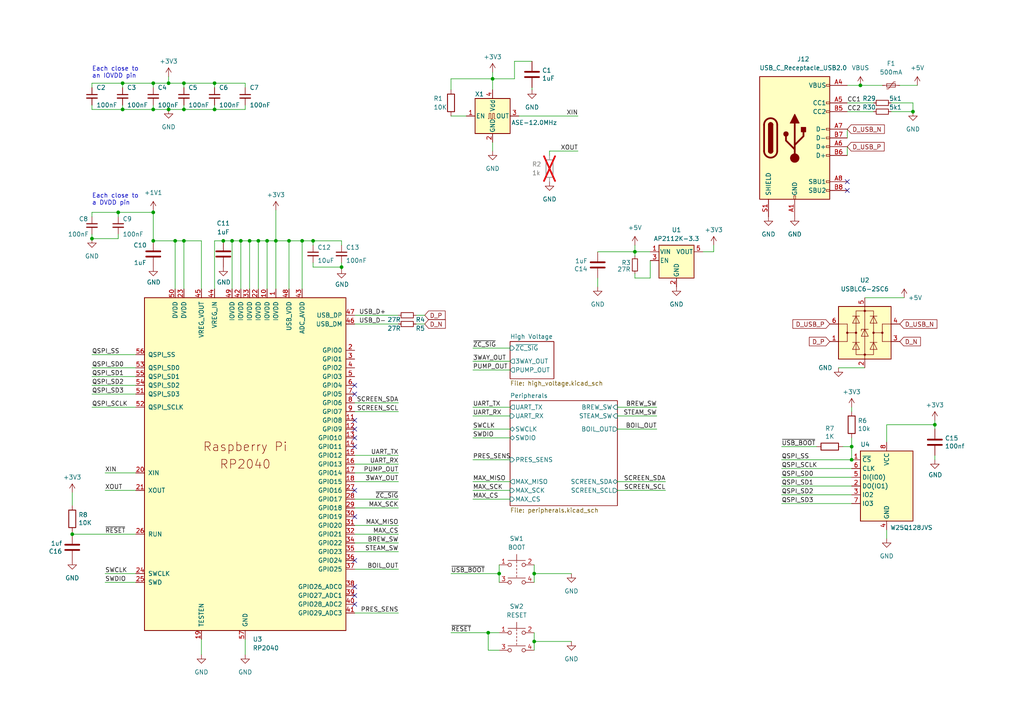
<source format=kicad_sch>
(kicad_sch (version 20231120) (generator "eeschema") (generator_version "8.0")
  (paper "A4")
  (lib_symbols
    (symbol "Connector:USB_C_Receptacle_USB2.0" (pin_names (offset 1.016))
      (property "Reference" "J" (at -10.16 19.05 0))
      (property "Value" "USB_C_Receptacle_USB2.0" (at 19.05 19.05 0))
      (symbol "USB_C_Receptacle_USB2.0_0_0"
        (rectangle (start -0.254 -17.78) (end 0.254 -16.764))
        (rectangle (start 10.16 -14.986) (end 9.144 -15.494))
        (rectangle (start 10.16 -12.446) (end 9.144 -12.954))
        (rectangle (start 10.16 -4.826) (end 9.144 -5.334))
        (rectangle (start 10.16 -2.286) (end 9.144 -2.794))
        (rectangle (start 10.16 0.254) (end 9.144 -0.254))
        (rectangle (start 10.16 2.794) (end 9.144 2.286))
        (rectangle (start 10.16 7.874) (end 9.144 7.366))
        (rectangle (start 10.16 10.414) (end 9.144 9.906))
        (rectangle (start 10.16 15.494) (end 9.144 14.986))
      )
      (symbol "USB_C_Receptacle_USB2.0_0_1"
        (rectangle (start -10.16 17.78) (end 10.16 -17.78) (stroke (width 0.254)) (fill (type background)))
        (arc (start -8.89 -3.81) (mid -6.985 -5.7067) (end -5.08 -3.81) (stroke (width 0.508)))
        (arc (start -7.62 -3.81) (mid -6.985 -4.4423) (end -6.35 -3.81) (stroke (width 0.254)))
        (arc (start -7.62 -3.81) (mid -6.985 -4.4423) (end -6.35 -3.81) (stroke (width 0.254)) (fill (type outline)))
        (rectangle (start -7.62 -3.81) (end -6.35 3.81) (stroke (width 0.254)) (fill (type outline)))
        (arc (start -6.35 3.81) (mid -6.985 4.4423) (end -7.62 3.81) (stroke (width 0.254)))
        (arc (start -6.35 3.81) (mid -6.985 4.4423) (end -7.62 3.81) (stroke (width 0.254)) (fill (type outline)))
        (arc (start -5.08 3.81) (mid -6.985 5.7067) (end -8.89 3.81) (stroke (width 0.508)))
        (circle (center -2.54 1.143) (radius 0.635) (stroke (width 0.254)) (fill (type outline)))
        (circle (center 0 -5.842) (radius 1.27) (fill (type outline)))
        (polyline (pts (xy -8.89 -3.81) (xy -8.89 3.81)) (stroke (width 0.508)))
        (polyline (pts (xy -5.08 3.81) (xy -5.08 -3.81)) (stroke (width 0.508)))
        (polyline (pts (xy 0 -5.842) (xy 0 4.318)) (stroke (width 0.508)))
        (polyline (pts (xy 0 -3.302) (xy -2.54 -0.762) (xy -2.54 0.508)) (stroke (width 0.508)))
        (polyline (pts (xy 0 -2.032) (xy 2.54 0.508) (xy 2.54 1.778)) (stroke (width 0.508)))
        (polyline (pts (xy -1.27 4.318) (xy 0 6.858) (xy 1.27 4.318) (xy -1.27 4.318)) (stroke (width 0.254)) (fill (type outline)))
        (rectangle (start 1.905 1.778) (end 3.175 3.048) (stroke (width 0.254)) (fill (type outline)))
      )
      (symbol "USB_C_Receptacle_USB2.0_1_1"
        (pin passive line (at 0 -22.86 90) (length 5.08) (name "GND") (number "A1"))
        (pin passive line (at 0 -22.86 90) (length 5.08) hide (name "GND") (number "A12"))
        (pin passive line (at 15.24 15.24 180) (length 5.08) (name "VBUS") (number "A4"))
        (pin bidirectional line (at 15.24 10.16 180) (length 5.08) (name "CC1") (number "A5"))
        (pin bidirectional line (at 15.24 -2.54 180) (length 5.08) (name "D+") (number "A6"))
        (pin bidirectional line (at 15.24 2.54 180) (length 5.08) (name "D-") (number "A7"))
        (pin bidirectional line (at 15.24 -12.7 180) (length 5.08) (name "SBU1") (number "A8"))
        (pin passive line (at 15.24 15.24 180) (length 5.08) hide (name "VBUS") (number "A9"))
        (pin passive line (at 0 -22.86 90) (length 5.08) hide (name "GND") (number "B1"))
        (pin passive line (at 0 -22.86 90) (length 5.08) hide (name "GND") (number "B12"))
        (pin passive line (at 15.24 15.24 180) (length 5.08) hide (name "VBUS") (number "B4"))
        (pin bidirectional line (at 15.24 7.62 180) (length 5.08) (name "CC2") (number "B5"))
        (pin bidirectional line (at 15.24 -5.08 180) (length 5.08) (name "D+") (number "B6"))
        (pin bidirectional line (at 15.24 0 180) (length 5.08) (name "D-") (number "B7"))
        (pin bidirectional line (at 15.24 -15.24 180) (length 5.08) (name "SBU2") (number "B8"))
        (pin passive line (at 15.24 15.24 180) (length 5.08) hide (name "VBUS") (number "B9"))
        (pin passive line (at -7.62 -22.86 90) (length 5.08) (name "SHIELD") (number "S1"))
      )
    )
    (symbol "Device:C" (pin_numbers hide) (pin_names (offset 0.254))
      (property "Reference" "C" (at 0.635 2.54 0))
      (property "Value" "C" (at 0.635 -2.54 0))
      (symbol "C_0_1"
        (polyline (pts (xy -2.032 -0.762) (xy 2.032 -0.762)) (stroke (width 0.508)))
        (polyline (pts (xy -2.032 0.762) (xy 2.032 0.762)) (stroke (width 0.508)))
      )
      (symbol "C_1_1"
        (pin passive line (at 0 3.81 270) (length 2.794) (name "~") (number "1"))
        (pin passive line (at 0 -3.81 90) (length 2.794) (name "~") (number "2"))
      )
    )
    (symbol "Device:C_Small" (pin_numbers hide) (pin_names (offset 0.254) hide)
      (property "Reference" "C" (at 0.254 1.778 0))
      (property "Value" "C_Small" (at 0.254 -2.032 0))
      (symbol "C_Small_0_1"
        (polyline (pts (xy -1.524 -0.508) (xy 1.524 -0.508)) (stroke (width 0.3302)))
        (polyline (pts (xy -1.524 0.508) (xy 1.524 0.508)) (stroke (width 0.3048)))
      )
      (symbol "C_Small_1_1"
        (pin passive line (at 0 2.54 270) (length 2.032) (name "~") (number "1"))
        (pin passive line (at 0 -2.54 90) (length 2.032) (name "~") (number "2"))
      )
    )
    (symbol "Device:Polyfuse_Small" (pin_numbers hide) (pin_names (offset 0))
      (property "Reference" "F" (at -1.905 0 90))
      (property "Value" "Polyfuse_Small" (at 1.905 0 90))
      (symbol "Polyfuse_Small_0_1"
        (rectangle (start -0.508 1.27) (end 0.508 -1.27))
        (polyline (pts (xy 0 2.54) (xy 0 -2.54)))
        (polyline (pts (xy -1.016 1.27) (xy -1.016 0.762) (xy 1.016 -0.762) (xy 1.016 -1.27)))
      )
      (symbol "Polyfuse_Small_1_1"
        (pin passive line (at 0 2.54 270) (length 0.635) (name "~") (number "1"))
        (pin passive line (at 0 -2.54 90) (length 0.635) (name "~") (number "2"))
      )
    )
    (symbol "Device:R" (pin_numbers hide) (pin_names (offset 0))
      (property "Reference" "R" (at 2.032 0 90))
      (property "Value" "R" (at 0 0 90))
      (symbol "R_0_1"
        (rectangle (start -1.016 -2.54) (end 1.016 2.54) (stroke (width 0.254)))
      )
      (symbol "R_1_1"
        (pin passive line (at 0 3.81 270) (length 1.27) (name "~") (number "1"))
        (pin passive line (at 0 -3.81 90) (length 1.27) (name "~") (number "2"))
      )
    )
    (symbol "Device:R_Small" (pin_numbers hide) (pin_names (offset 0.254) hide)
      (property "Reference" "R" (at 0.762 0.508 0))
      (property "Value" "R_Small" (at 0.762 -1.016 0))
      (symbol "R_Small_0_1"
        (rectangle (start -0.762 1.778) (end 0.762 -1.778) (stroke (width 0.2032)))
      )
      (symbol "R_Small_1_1"
        (pin passive line (at 0 2.54 270) (length 0.762) (name "~") (number "1"))
        (pin passive line (at 0 -2.54 90) (length 0.762) (name "~") (number "2"))
      )
    )
    (symbol "MCU_RaspberryPi_and_Boards:RP2040" (pin_names (offset 1.016))
      (property "Reference" "U" (at -29.21 49.53 0))
      (property "Value" "RP2040" (at 24.13 -49.53 0))
      (symbol "RP2040_0_0"
        (text "Raspberry Pi" (at 0 5.08 0) (effects (font (size 2.54 2.54))))
        (text "RP2040" (at 0 0 0) (effects (font (size 2.54 2.54))))
      )
      (symbol "RP2040_0_1"
        (rectangle (start 29.21 48.26) (end -29.21 -48.26) (stroke (width 0.254)) (fill (type background)))
      )
      (symbol "RP2040_1_1"
        (pin power_in line (at 8.89 50.8 270) (length 2.54) (name "IOVDD") (number "1"))
        (pin power_in line (at 6.35 50.8 270) (length 2.54) (name "IOVDD") (number "10"))
        (pin bidirectional line (at 31.75 12.7 180) (length 2.54) (name "GPIO8") (number "11"))
        (pin bidirectional line (at 31.75 10.16 180) (length 2.54) (name "GPIO9") (number "12"))
        (pin bidirectional line (at 31.75 7.62 180) (length 2.54) (name "GPIO10") (number "13"))
        (pin bidirectional line (at 31.75 5.08 180) (length 2.54) (name "GPIO11") (number "14"))
        (pin bidirectional line (at 31.75 2.54 180) (length 2.54) (name "GPIO12") (number "15"))
        (pin bidirectional line (at 31.75 0 180) (length 2.54) (name "GPIO13") (number "16"))
        (pin bidirectional line (at 31.75 -2.54 180) (length 2.54) (name "GPIO14") (number "17"))
        (pin bidirectional line (at 31.75 -5.08 180) (length 2.54) (name "GPIO15") (number "18"))
        (pin passive line (at -12.7 -50.8 90) (length 2.54) (name "TESTEN") (number "19"))
        (pin bidirectional line (at 31.75 33.02 180) (length 2.54) (name "GPIO0") (number "2"))
        (pin input line (at -31.75 -2.54 0) (length 2.54) (name "XIN") (number "20"))
        (pin passive line (at -31.75 -7.62 0) (length 2.54) (name "XOUT") (number "21"))
        (pin power_in line (at 3.81 50.8 270) (length 2.54) (name "IOVDD") (number "22"))
        (pin power_in line (at -17.78 50.8 270) (length 2.54) (name "DVDD") (number "23"))
        (pin output line (at -31.75 -31.75 0) (length 2.54) (name "SWCLK") (number "24"))
        (pin bidirectional line (at -31.75 -34.29 0) (length 2.54) (name "SWD") (number "25"))
        (pin input line (at -31.75 -20.32 0) (length 2.54) (name "RUN") (number "26"))
        (pin bidirectional line (at 31.75 -7.62 180) (length 2.54) (name "GPIO16") (number "27"))
        (pin bidirectional line (at 31.75 -10.16 180) (length 2.54) (name "GPIO17") (number "28"))
        (pin bidirectional line (at 31.75 -12.7 180) (length 2.54) (name "GPIO18") (number "29"))
        (pin bidirectional line (at 31.75 30.48 180) (length 2.54) (name "GPIO1") (number "3"))
        (pin bidirectional line (at 31.75 -15.24 180) (length 2.54) (name "GPIO19") (number "30"))
        (pin bidirectional line (at 31.75 -17.78 180) (length 2.54) (name "GPIO20") (number "31"))
        (pin bidirectional line (at 31.75 -20.32 180) (length 2.54) (name "GPIO21") (number "32"))
        (pin power_in line (at 1.27 50.8 270) (length 2.54) (name "IOVDD") (number "33"))
        (pin bidirectional line (at 31.75 -22.86 180) (length 2.54) (name "GPIO22") (number "34"))
        (pin bidirectional line (at 31.75 -25.4 180) (length 2.54) (name "GPIO23") (number "35"))
        (pin bidirectional line (at 31.75 -27.94 180) (length 2.54) (name "GPIO24") (number "36"))
        (pin bidirectional line (at 31.75 -30.48 180) (length 2.54) (name "GPIO25") (number "37"))
        (pin bidirectional line (at 31.75 -35.56 180) (length 2.54) (name "GPIO26_ADC0") (number "38"))
        (pin bidirectional line (at 31.75 -38.1 180) (length 2.54) (name "GPIO27_ADC1") (number "39"))
        (pin bidirectional line (at 31.75 27.94 180) (length 2.54) (name "GPIO2") (number "4"))
        (pin bidirectional line (at 31.75 -40.64 180) (length 2.54) (name "GPIO28_ADC2") (number "40"))
        (pin bidirectional line (at 31.75 -43.18 180) (length 2.54) (name "GPIO29_ADC3") (number "41"))
        (pin power_in line (at -1.27 50.8 270) (length 2.54) (name "IOVDD") (number "42"))
        (pin power_in line (at 16.51 50.8 270) (length 2.54) (name "ADC_AVDD") (number "43"))
        (pin power_in line (at -8.89 50.8 270) (length 2.54) (name "VREG_IN") (number "44"))
        (pin power_out line (at -12.7 50.8 270) (length 2.54) (name "VREG_VOUT") (number "45"))
        (pin bidirectional line (at 31.75 40.64 180) (length 2.54) (name "USB_DM") (number "46"))
        (pin bidirectional line (at 31.75 43.18 180) (length 2.54) (name "USB_DP") (number "47"))
        (pin power_in line (at 12.7 50.8 270) (length 2.54) (name "USB_VDD") (number "48"))
        (pin power_in line (at -3.81 50.8 270) (length 2.54) (name "IOVDD") (number "49"))
        (pin bidirectional line (at 31.75 25.4 180) (length 2.54) (name "GPIO3") (number "5"))
        (pin power_in line (at -20.32 50.8 270) (length 2.54) (name "DVDD") (number "50"))
        (pin bidirectional line (at -31.75 20.32 0) (length 2.54) (name "QSPI_SD3") (number "51"))
        (pin output line (at -31.75 16.51 0) (length 2.54) (name "QSPI_SCLK") (number "52"))
        (pin bidirectional line (at -31.75 27.94 0) (length 2.54) (name "QSPI_SD0") (number "53"))
        (pin bidirectional line (at -31.75 22.86 0) (length 2.54) (name "QSPI_SD2") (number "54"))
        (pin bidirectional line (at -31.75 25.4 0) (length 2.54) (name "QSPI_SD1") (number "55"))
        (pin bidirectional line (at -31.75 31.75 0) (length 2.54) (name "QSPI_SS") (number "56"))
        (pin power_in line (at 0 -50.8 90) (length 2.54) (name "GND") (number "57"))
        (pin bidirectional line (at 31.75 22.86 180) (length 2.54) (name "GPIO4") (number "6"))
        (pin bidirectional line (at 31.75 20.32 180) (length 2.54) (name "GPIO5") (number "7"))
        (pin bidirectional line (at 31.75 17.78 180) (length 2.54) (name "GPIO6") (number "8"))
        (pin bidirectional line (at 31.75 15.24 180) (length 2.54) (name "GPIO7") (number "9"))
      )
    )
    (symbol "Memory_Flash:W25Q128JVS"
      (property "Reference" "U" (at -8.89 8.89 0))
      (property "Value" "W25Q128JVS" (at 7.62 8.89 0))
      (symbol "W25Q128JVS_0_1"
        (rectangle (start -7.62 10.16) (end 7.62 -10.16) (stroke (width 0.254)) (fill (type background)))
      )
      (symbol "W25Q128JVS_1_1"
        (pin input line (at -10.16 7.62 0) (length 2.54) (name "~{CS}") (number "1"))
        (pin bidirectional line (at -10.16 0 0) (length 2.54) (name "DO(IO1)") (number "2"))
        (pin bidirectional line (at -10.16 -2.54 0) (length 2.54) (name "IO2") (number "3"))
        (pin power_in line (at 0 -12.7 90) (length 2.54) (name "GND") (number "4"))
        (pin bidirectional line (at -10.16 2.54 0) (length 2.54) (name "DI(IO0)") (number "5"))
        (pin input line (at -10.16 5.08 0) (length 2.54) (name "CLK") (number "6"))
        (pin bidirectional line (at -10.16 -5.08 0) (length 2.54) (name "IO3") (number "7"))
        (pin power_in line (at 0 12.7 270) (length 2.54) (name "VCC") (number "8"))
      )
    )
    (symbol "Oscillator:ASE-xxxMHz" (pin_names (offset 0.254))
      (property "Reference" "X" (at -5.08 6.35 0))
      (property "Value" "ASE-xxxMHz" (at 1.27 -6.35 0))
      (symbol "ASE-xxxMHz_0_1"
        (rectangle (start -5.08 5.08) (end 5.08 -5.08) (stroke (width 0.254)) (fill (type background)))
        (polyline (pts (xy -1.27 -0.762) (xy -1.016 -0.762) (xy -1.016 0.762) (xy -0.508 0.762) (xy -0.508 -0.762) (xy 0 -0.762) (xy 0 0.762) (xy 0.508 0.762) (xy 0.508 -0.762) (xy 0.762 -0.762)))
      )
      (symbol "ASE-xxxMHz_1_1"
        (pin input line (at -7.62 0 0) (length 2.54) (name "EN") (number "1"))
        (pin power_in line (at 0 -7.62 90) (length 2.54) (name "GND") (number "2"))
        (pin output line (at 7.62 0 180) (length 2.54) (name "OUT") (number "3"))
        (pin power_in line (at 0 7.62 270) (length 2.54) (name "Vdd") (number "4"))
      )
    )
    (symbol "Power_Protection:USBLC6-2SC6" (pin_names hide)
      (property "Reference" "U" (at 2.54 8.89 0))
      (property "Value" "USBLC6-2SC6" (at 2.54 -8.89 0))
      (symbol "USBLC6-2SC6_0_1"
        (rectangle (start -7.62 -7.62) (end 7.62 7.62) (stroke (width 0.254)) (fill (type background)))
        (circle (center -5.08 0) (radius 0.254) (fill (type outline)))
        (circle (center -2.54 0) (radius 0.254) (fill (type outline)))
        (rectangle (start -2.54 6.35) (end 2.54 -6.35))
        (circle (center 0 -6.35) (radius 0.254) (fill (type outline)))
        (polyline (pts (xy -5.08 -2.54) (xy -7.62 -2.54)))
        (polyline (pts (xy -5.08 0) (xy -5.08 -2.54)))
        (polyline (pts (xy -5.08 2.54) (xy -7.62 2.54)))
        (polyline (pts (xy -1.524 -2.794) (xy -3.556 -2.794)))
        (polyline (pts (xy -1.524 4.826) (xy -3.556 4.826)))
        (polyline (pts (xy 0 -7.62) (xy 0 -6.35)))
        (polyline (pts (xy 0 -6.35) (xy 0 1.27)))
        (polyline (pts (xy 0 1.27) (xy 0 6.35)))
        (polyline (pts (xy 0 6.35) (xy 0 7.62)))
        (polyline (pts (xy 1.524 -2.794) (xy 3.556 -2.794)))
        (polyline (pts (xy 1.524 4.826) (xy 3.556 4.826)))
        (polyline (pts (xy 5.08 -2.54) (xy 7.62 -2.54)))
        (polyline (pts (xy 5.08 0) (xy 5.08 -2.54)))
        (polyline (pts (xy 5.08 2.54) (xy 7.62 2.54)))
        (polyline (pts (xy -2.54 0) (xy -5.08 0) (xy -5.08 2.54)))
        (polyline (pts (xy 2.54 0) (xy 5.08 0) (xy 5.08 2.54)))
        (polyline (pts (xy -3.556 -4.826) (xy -1.524 -4.826) (xy -2.54 -2.794) (xy -3.556 -4.826)))
        (polyline (pts (xy -3.556 2.794) (xy -1.524 2.794) (xy -2.54 4.826) (xy -3.556 2.794)))
        (polyline (pts (xy -1.016 -1.016) (xy 1.016 -1.016) (xy 0 1.016) (xy -1.016 -1.016)))
        (polyline (pts (xy 1.016 1.016) (xy 0.762 1.016) (xy -1.016 1.016) (xy -1.016 0.508)))
        (polyline (pts (xy 3.556 -4.826) (xy 1.524 -4.826) (xy 2.54 -2.794) (xy 3.556 -4.826)))
        (polyline (pts (xy 3.556 2.794) (xy 1.524 2.794) (xy 2.54 4.826) (xy 3.556 2.794)))
        (circle (center 0 6.35) (radius 0.254) (fill (type outline)))
        (circle (center 2.54 0) (radius 0.254) (fill (type outline)))
        (circle (center 5.08 0) (radius 0.254) (fill (type outline)))
      )
      (symbol "USBLC6-2SC6_1_1"
        (pin passive line (at -10.16 -2.54 0) (length 2.54) (name "I/O1") (number "1"))
        (pin passive line (at 0 -10.16 90) (length 2.54) (name "GND") (number "2"))
        (pin passive line (at 10.16 -2.54 180) (length 2.54) (name "I/O2") (number "3"))
        (pin passive line (at 10.16 2.54 180) (length 2.54) (name "I/O2") (number "4"))
        (pin passive line (at 0 10.16 270) (length 2.54) (name "VBUS") (number "5"))
        (pin passive line (at -10.16 2.54 0) (length 2.54) (name "I/O1") (number "6"))
      )
    )
    (symbol "Regulator_Linear:AP2112K-3.3" (pin_names (offset 0.254))
      (property "Reference" "U" (at -5.08 5.715 0))
      (property "Value" "AP2112K-3.3" (at 0 5.715 0))
      (symbol "AP2112K-3.3_0_1"
        (rectangle (start -5.08 4.445) (end 5.08 -5.08) (stroke (width 0.254)) (fill (type background)))
      )
      (symbol "AP2112K-3.3_1_1"
        (pin power_in line (at -7.62 2.54 0) (length 2.54) (name "VIN") (number "1"))
        (pin power_in line (at 0 -7.62 90) (length 2.54) (name "GND") (number "2"))
        (pin input line (at -7.62 0 0) (length 2.54) (name "EN") (number "3"))
        (pin no_connect line (at 5.08 0 180) (length 2.54) hide (name "NC") (number "4"))
        (pin power_out line (at 7.62 2.54 180) (length 2.54) (name "VOUT") (number "5"))
      )
    )
    (symbol "Switch:SW_Push_Dual" (pin_names (offset 1.016) hide)
      (property "Reference" "SW" (at 1.27 2.54 0))
      (property "Value" "SW_Push_Dual" (at 0 -6.858 0))
      (symbol "SW_Push_Dual_0_1"
        (circle (center -2.032 -5.08) (radius 0.508))
        (circle (center -2.032 0) (radius 0.508))
        (polyline (pts (xy 0 -3.048) (xy 0 -3.556)))
        (polyline (pts (xy 0 -2.032) (xy 0 -2.54)))
        (polyline (pts (xy 0 -1.524) (xy 0 -1.016)))
        (polyline (pts (xy 0 -0.508) (xy 0 0)))
        (polyline (pts (xy 0 0.508) (xy 0 1.016)))
        (polyline (pts (xy 0 1.27) (xy 0 3.048)))
        (polyline (pts (xy 2.54 -3.81) (xy -2.54 -3.81)))
        (polyline (pts (xy 2.54 1.27) (xy -2.54 1.27)))
        (circle (center 2.032 -5.08) (radius 0.508))
        (circle (center 2.032 0) (radius 0.508))
        (pin passive line (at -5.08 0 0) (length 2.54) (name "1") (number "1"))
        (pin passive line (at 5.08 0 180) (length 2.54) (name "2") (number "2"))
        (pin passive line (at -5.08 -5.08 0) (length 2.54) (name "3") (number "3"))
        (pin passive line (at 5.08 -5.08 180) (length 2.54) (name "4") (number "4"))
      )
    )
    (symbol "power:+1V1" (power) (pin_names (offset 0))
      (property "Value" "+1V1" (at 0 3.556 0))
      (symbol "+1V1_0_1"
        (polyline (pts (xy -0.762 1.27) (xy 0 2.54)))
        (polyline (pts (xy 0 0) (xy 0 2.54)))
        (polyline (pts (xy 0 2.54) (xy 0.762 1.27)))
      )
      (symbol "+1V1_1_1"
        (pin power_in line (at 0 0 90) (length 0) hide (name "+1V1") (number "1"))
      )
    )
    (symbol "power:+3V3" (power) (pin_names (offset 0))
      (property "Value" "+3V3" (at 0 3.556 0))
      (symbol "+3V3_0_1"
        (polyline (pts (xy -0.762 1.27) (xy 0 2.54)))
        (polyline (pts (xy 0 0) (xy 0 2.54)))
        (polyline (pts (xy 0 2.54) (xy 0.762 1.27)))
      )
      (symbol "+3V3_1_1"
        (pin power_in line (at 0 0 90) (length 0) hide (name "+3V3") (number "1"))
      )
    )
    (symbol "power:+5V" (power) (pin_names (offset 0))
      (property "Value" "+5V" (at 0 3.556 0))
      (symbol "+5V_0_1"
        (polyline (pts (xy -0.762 1.27) (xy 0 2.54)))
        (polyline (pts (xy 0 0) (xy 0 2.54)))
        (polyline (pts (xy 0 2.54) (xy 0.762 1.27)))
      )
      (symbol "+5V_1_1"
        (pin power_in line (at 0 0 90) (length 0) hide (name "+5V") (number "1"))
      )
    )
    (symbol "power:GND" (power) (pin_names (offset 0))
      (property "Value" "GND" (at 0 -3.81 0))
      (symbol "GND_0_1"
        (polyline (pts (xy 0 0) (xy 0 -1.27) (xy 1.27 -1.27) (xy 0 -2.54) (xy -1.27 -1.27) (xy 0 -1.27)))
      )
      (symbol "GND_1_1"
        (pin power_in line (at 0 0 270) (length 0) hide (name "GND") (number "1"))
      )
    )
    (symbol "power:VBUS" (power) (pin_names (offset 0))
      (property "Value" "VBUS" (at 0 3.81 0))
      (symbol "VBUS_0_1"
        (polyline (pts (xy -0.762 1.27) (xy 0 2.54)))
        (polyline (pts (xy 0 0) (xy 0 2.54)))
        (polyline (pts (xy 0 2.54) (xy 0.762 1.27)))
      )
      (symbol "VBUS_1_1"
        (pin power_in line (at 0 0 90) (length 0) hide (name "VBUS") (number "1"))
      )
    )
  )
  (junction (at 154.94 166.37))
  (junction (at 80.01 69.85))
  (junction (at 53.34 24.13))
  (junction (at 142.875 22.86))
  (junction (at 141.605 183.515))
  (junction (at 249.555 24.765))
  (junction (at 247.015 129.54))
  (junction (at 67.31 69.85))
  (junction (at 62.23 31.75))
  (junction (at 74.93 69.85))
  (junction (at 154.94 186.055))
  (junction (at 83.82 69.85))
  (junction (at 90.805 69.85))
  (junction (at 64.77 69.85))
  (junction (at 44.45 69.85))
  (junction (at 264.795 32.385))
  (junction (at 87.63 69.85))
  (junction (at 44.45 31.75))
  (junction (at 271.145 123.19))
  (junction (at 53.34 31.75))
  (junction (at 35.56 31.75))
  (junction (at 53.34 69.85))
  (junction (at 144.78 166.37))
  (junction (at 34.29 61.595))
  (junction (at 44.45 24.13))
  (junction (at 48.895 31.75))
  (junction (at 44.45 61.595))
  (junction (at 20.955 154.94))
  (junction (at 48.895 24.13))
  (junction (at 77.47 69.85))
  (junction (at 62.23 24.13))
  (junction (at 184.15 73.025))
  (junction (at 247.015 133.35))
  (junction (at 35.56 24.13))
  (junction (at 26.67 69.215))
  (junction (at 72.39 69.85))
  (junction (at 99.06 77.47))
  (junction (at 50.8 69.85))
  (junction (at 69.85 69.85))
  (no_connect (at 102.87 129.54))
  (no_connect (at 102.87 127))
  (no_connect (at 245.745 55.245))
  (no_connect (at 102.87 162.56))
  (no_connect (at 102.87 142.24))
  (no_connect (at 245.745 52.705))
  (no_connect (at 102.87 170.18))
  (no_connect (at 102.87 172.72))
  (no_connect (at 102.87 149.86))
  (no_connect (at 102.87 124.46))
  (no_connect (at 102.87 175.26))
  (no_connect (at 102.87 121.92))
  (no_connect (at 102.87 111.76))
  (no_connect (at 102.87 114.3))
  (wire (pts (xy 26.67 102.87) (xy 39.37 102.87)))
  (wire (pts (xy 257.175 156.21) (xy 257.175 153.67)))
  (wire (pts (xy 53.34 69.85) (xy 58.42 69.85)))
  (wire (pts (xy 53.34 31.75) (xy 62.23 31.75)))
  (wire (pts (xy 154.94 163.83) (xy 154.94 166.37)))
  (wire (pts (xy 137.16 127) (xy 147.955 127)))
  (wire (pts (xy 30.48 137.16) (xy 39.37 137.16)))
  (wire (pts (xy 142.875 22.86) (xy 142.875 26.035)))
  (wire (pts (xy 34.29 69.215) (xy 34.29 67.945)))
  (wire (pts (xy 154.94 186.055) (xy 154.94 188.595)))
  (wire (pts (xy 20.955 142.875) (xy 20.955 146.685)))
  (wire (pts (xy 48.895 22.225) (xy 48.895 24.13)))
  (wire (pts (xy 179.07 118.11) (xy 190.5 118.11)))
  (wire (pts (xy 137.16 100.965) (xy 147.955 100.965)))
  (wire (pts (xy 34.29 61.595) (xy 34.29 62.865)))
  (wire (pts (xy 62.23 83.82) (xy 62.23 69.85)))
  (wire (pts (xy 159.385 43.815) (xy 159.385 45.085)))
  (wire (pts (xy 243.205 106.68) (xy 250.825 106.68)))
  (wire (pts (xy 71.12 24.13) (xy 71.12 25.4)))
  (wire (pts (xy 226.695 146.05) (xy 247.015 146.05)))
  (wire (pts (xy 87.63 69.85) (xy 87.63 83.82)))
  (wire (pts (xy 80.01 60.96) (xy 80.01 69.85)))
  (wire (pts (xy 249.555 24.765) (xy 255.905 24.765)))
  (wire (pts (xy 149.225 22.86) (xy 149.225 17.78)))
  (wire (pts (xy 154.94 186.055) (xy 165.735 186.055)))
  (wire (pts (xy 115.57 93.98) (xy 102.87 93.98)))
  (wire (pts (xy 44.45 30.48) (xy 44.45 31.75)))
  (wire (pts (xy 30.48 168.91) (xy 39.37 168.91)))
  (wire (pts (xy 226.695 133.35) (xy 247.015 133.35)))
  (wire (pts (xy 26.67 61.595) (xy 34.29 61.595)))
  (wire (pts (xy 247.015 133.35) (xy 247.015 129.54)))
  (wire (pts (xy 83.82 83.82) (xy 83.82 69.85)))
  (wire (pts (xy 130.81 166.37) (xy 144.78 166.37)))
  (wire (pts (xy 77.47 69.85) (xy 77.47 83.82)))
  (wire (pts (xy 245.745 32.385) (xy 253.365 32.385)))
  (wire (pts (xy 179.07 139.7) (xy 193.04 139.7)))
  (wire (pts (xy 245.745 24.765) (xy 249.555 24.765)))
  (wire (pts (xy 90.805 76.2) (xy 90.805 77.47)))
  (wire (pts (xy 102.87 152.4) (xy 115.57 152.4)))
  (wire (pts (xy 137.16 107.315) (xy 147.955 107.315)))
  (wire (pts (xy 102.87 132.08) (xy 115.57 132.08)))
  (wire (pts (xy 99.06 76.2) (xy 99.06 77.47)))
  (wire (pts (xy 173.355 83.185) (xy 173.355 80.645)))
  (wire (pts (xy 167.64 43.815) (xy 159.385 43.815)))
  (wire (pts (xy 154.94 183.515) (xy 154.94 186.055)))
  (wire (pts (xy 62.23 69.85) (xy 64.77 69.85)))
  (wire (pts (xy 62.23 31.75) (xy 62.23 30.48)))
  (wire (pts (xy 102.87 147.32) (xy 115.57 147.32)))
  (wire (pts (xy 149.225 17.78) (xy 154.305 17.78)))
  (wire (pts (xy 80.01 69.85) (xy 80.01 83.82)))
  (wire (pts (xy 102.87 134.62) (xy 115.57 134.62)))
  (wire (pts (xy 188.595 75.565) (xy 188.595 80.645)))
  (wire (pts (xy 226.695 135.89) (xy 247.015 135.89)))
  (wire (pts (xy 74.93 69.85) (xy 77.47 69.85)))
  (wire (pts (xy 35.56 24.13) (xy 35.56 25.4)))
  (wire (pts (xy 26.67 31.75) (xy 26.67 30.48)))
  (wire (pts (xy 102.87 165.1) (xy 115.57 165.1)))
  (wire (pts (xy 141.605 183.515) (xy 144.78 183.515)))
  (wire (pts (xy 102.87 154.94) (xy 115.57 154.94)))
  (wire (pts (xy 184.15 73.025) (xy 188.595 73.025)))
  (wire (pts (xy 44.45 69.85) (xy 50.8 69.85)))
  (wire (pts (xy 26.67 24.13) (xy 35.56 24.13)))
  (wire (pts (xy 102.87 160.02) (xy 115.57 160.02)))
  (wire (pts (xy 99.06 78.105) (xy 99.06 77.47)))
  (wire (pts (xy 44.45 60.96) (xy 44.45 61.595)))
  (wire (pts (xy 137.16 120.65) (xy 147.955 120.65)))
  (wire (pts (xy 62.23 24.13) (xy 71.12 24.13)))
  (wire (pts (xy 245.745 42.545) (xy 245.745 45.085)))
  (wire (pts (xy 90.805 69.85) (xy 90.805 71.12)))
  (wire (pts (xy 137.16 104.775) (xy 147.955 104.775)))
  (wire (pts (xy 74.93 69.85) (xy 74.93 83.82)))
  (wire (pts (xy 115.57 91.44) (xy 102.87 91.44)))
  (wire (pts (xy 179.07 142.24) (xy 193.04 142.24)))
  (wire (pts (xy 258.445 29.845) (xy 264.795 29.845)))
  (wire (pts (xy 26.67 109.22) (xy 39.37 109.22)))
  (wire (pts (xy 236.855 129.54) (xy 226.695 129.54)))
  (wire (pts (xy 48.895 31.75) (xy 53.34 31.75)))
  (wire (pts (xy 44.45 24.13) (xy 44.45 25.4)))
  (wire (pts (xy 247.015 118.11) (xy 247.015 119.38)))
  (wire (pts (xy 80.01 69.85) (xy 83.82 69.85)))
  (wire (pts (xy 173.355 73.025) (xy 184.15 73.025)))
  (wire (pts (xy 26.67 67.945) (xy 26.67 69.215)))
  (wire (pts (xy 137.16 124.46) (xy 147.955 124.46)))
  (wire (pts (xy 141.605 188.595) (xy 144.78 188.595)))
  (wire (pts (xy 184.15 74.295) (xy 184.15 73.025)))
  (wire (pts (xy 53.34 24.13) (xy 62.23 24.13)))
  (wire (pts (xy 87.63 69.85) (xy 90.805 69.85)))
  (wire (pts (xy 35.56 31.75) (xy 35.56 30.48)))
  (wire (pts (xy 102.87 119.38) (xy 115.57 119.38)))
  (wire (pts (xy 58.42 83.82) (xy 58.42 69.85)))
  (wire (pts (xy 150.495 33.655) (xy 167.64 33.655)))
  (wire (pts (xy 142.875 22.86) (xy 149.225 22.86)))
  (wire (pts (xy 130.81 22.86) (xy 142.875 22.86)))
  (wire (pts (xy 226.695 143.51) (xy 247.015 143.51)))
  (wire (pts (xy 53.34 24.13) (xy 53.34 25.4)))
  (wire (pts (xy 34.29 61.595) (xy 44.45 61.595)))
  (wire (pts (xy 69.85 69.85) (xy 69.85 83.82)))
  (wire (pts (xy 250.825 86.36) (xy 262.255 86.36)))
  (wire (pts (xy 141.605 183.515) (xy 141.605 188.595)))
  (wire (pts (xy 130.81 26.035) (xy 130.81 22.86)))
  (wire (pts (xy 130.81 183.515) (xy 141.605 183.515)))
  (wire (pts (xy 44.45 31.75) (xy 48.895 31.75)))
  (wire (pts (xy 144.78 163.83) (xy 144.78 166.37)))
  (wire (pts (xy 142.875 20.955) (xy 142.875 22.86)))
  (wire (pts (xy 142.875 41.275) (xy 142.875 43.815)))
  (wire (pts (xy 53.34 30.48) (xy 53.34 31.75)))
  (wire (pts (xy 130.81 33.655) (xy 135.255 33.655)))
  (wire (pts (xy 102.87 157.48) (xy 115.57 157.48)))
  (wire (pts (xy 67.31 69.85) (xy 67.31 83.82)))
  (wire (pts (xy 154.94 166.37) (xy 154.94 168.91)))
  (wire (pts (xy 244.475 129.54) (xy 247.015 129.54)))
  (wire (pts (xy 90.805 69.85) (xy 99.06 69.85)))
  (wire (pts (xy 137.16 139.7) (xy 147.955 139.7)))
  (wire (pts (xy 207.01 73.025) (xy 203.835 73.025)))
  (wire (pts (xy 44.45 24.13) (xy 48.895 24.13)))
  (wire (pts (xy 102.87 177.8) (xy 115.57 177.8)))
  (wire (pts (xy 20.955 154.94) (xy 20.955 154.305)))
  (wire (pts (xy 53.34 69.85) (xy 53.34 83.82)))
  (wire (pts (xy 71.12 31.75) (xy 71.12 30.48)))
  (wire (pts (xy 271.145 121.92) (xy 271.145 123.19)))
  (wire (pts (xy 67.31 69.85) (xy 69.85 69.85)))
  (wire (pts (xy 179.07 124.46) (xy 190.5 124.46)))
  (wire (pts (xy 260.985 24.765) (xy 266.065 24.765)))
  (wire (pts (xy 245.745 29.845) (xy 253.365 29.845)))
  (wire (pts (xy 123.19 93.98) (xy 120.65 93.98)))
  (wire (pts (xy 137.16 142.24) (xy 147.955 142.24)))
  (wire (pts (xy 102.87 116.84) (xy 115.57 116.84)))
  (wire (pts (xy 102.87 144.78) (xy 115.57 144.78)))
  (wire (pts (xy 30.48 142.24) (xy 39.37 142.24)))
  (wire (pts (xy 271.145 132.08) (xy 271.145 133.35)))
  (wire (pts (xy 137.16 144.78) (xy 147.955 144.78)))
  (wire (pts (xy 20.955 154.94) (xy 39.37 154.94)))
  (wire (pts (xy 26.67 31.75) (xy 35.56 31.75)))
  (wire (pts (xy 226.695 140.97) (xy 247.015 140.97)))
  (wire (pts (xy 26.67 69.215) (xy 34.29 69.215)))
  (wire (pts (xy 48.895 24.13) (xy 53.34 24.13)))
  (wire (pts (xy 69.85 69.85) (xy 72.39 69.85)))
  (wire (pts (xy 26.67 118.11) (xy 39.37 118.11)))
  (wire (pts (xy 137.16 118.11) (xy 147.955 118.11)))
  (wire (pts (xy 184.15 71.12) (xy 184.15 73.025)))
  (wire (pts (xy 64.77 69.85) (xy 67.31 69.85)))
  (wire (pts (xy 26.67 106.68) (xy 39.37 106.68)))
  (wire (pts (xy 207.01 71.12) (xy 207.01 73.025)))
  (wire (pts (xy 257.175 123.19) (xy 271.145 123.19)))
  (wire (pts (xy 62.23 24.13) (xy 62.23 25.4)))
  (wire (pts (xy 50.8 69.85) (xy 53.34 69.85)))
  (wire (pts (xy 102.87 139.7) (xy 115.57 139.7)))
  (wire (pts (xy 72.39 69.85) (xy 72.39 83.82)))
  (wire (pts (xy 154.305 25.4) (xy 154.305 26.035)))
  (wire (pts (xy 26.67 111.76) (xy 39.37 111.76)))
  (wire (pts (xy 257.175 123.19) (xy 257.175 128.27)))
  (wire (pts (xy 247.015 129.54) (xy 247.015 127)))
  (wire (pts (xy 184.15 79.375) (xy 184.15 80.645)))
  (wire (pts (xy 226.695 138.43) (xy 247.015 138.43)))
  (wire (pts (xy 137.16 133.35) (xy 147.955 133.35)))
  (wire (pts (xy 71.12 185.42) (xy 71.12 189.865)))
  (wire (pts (xy 77.47 69.85) (xy 80.01 69.85)))
  (wire (pts (xy 154.94 166.37) (xy 165.735 166.37)))
  (wire (pts (xy 44.45 61.595) (xy 44.45 69.85)))
  (wire (pts (xy 26.67 114.3) (xy 39.37 114.3)))
  (wire (pts (xy 44.45 24.13) (xy 35.56 24.13)))
  (wire (pts (xy 123.19 91.44) (xy 120.65 91.44)))
  (wire (pts (xy 245.745 37.465) (xy 245.745 40.005)))
  (wire (pts (xy 258.445 32.385) (xy 264.795 32.385)))
  (wire (pts (xy 271.145 123.19) (xy 271.145 124.46)))
  (wire (pts (xy 179.07 120.65) (xy 190.5 120.65)))
  (wire (pts (xy 184.15 80.645) (xy 188.595 80.645)))
  (wire (pts (xy 30.48 166.37) (xy 39.37 166.37)))
  (wire (pts (xy 44.45 31.75) (xy 35.56 31.75)))
  (wire (pts (xy 26.67 24.13) (xy 26.67 25.4)))
  (wire (pts (xy 99.06 69.85) (xy 99.06 71.12)))
  (wire (pts (xy 90.805 77.47) (xy 99.06 77.47)))
  (wire (pts (xy 62.23 31.75) (xy 71.12 31.75)))
  (wire (pts (xy 58.42 185.42) (xy 58.42 189.865)))
  (wire (pts (xy 72.39 69.85) (xy 74.93 69.85)))
  (wire (pts (xy 264.795 29.845) (xy 264.795 32.385)))
  (wire (pts (xy 102.87 137.16) (xy 115.57 137.16)))
  (wire (pts (xy 144.78 166.37) (xy 144.78 168.91)))
  (wire (pts (xy 26.67 61.595) (xy 26.67 62.865)))
  (wire (pts (xy 50.8 69.85) (xy 50.8 83.82)))
  (wire (pts (xy 83.82 69.85) (xy 87.63 69.85)))
  (text "Each close to\na DVDD pin" (at 26.67 59.69 0) (effects (font (size 1.27 1.27)) (justify left bottom)))
  (text "Each close to\nan IOVDD pin" (at 26.67 22.86 0) (effects (font (size 1.27 1.27)) (justify left bottom)))
  (label "~{ZC_SIG}" (at 137.16 100.965 0))
  (label "UART_TX" (at 115.57 132.08 180))
  (label "SWDIO" (at 30.48 168.91 0))
  (label "BREW_SW" (at 115.57 157.48 180))
  (label "QSPI_SD1" (at 26.67 109.22 0))
  (label "PUMP_OUT" (at 115.57 137.16 180))
  (label "BOIL_OUT" (at 190.5 124.46 180))
  (label "CC2" (at 245.745 32.385 0))
  (label "QSPI_SS" (at 26.67 102.87 0))
  (label "~{RESET}" (at 30.48 154.94 0))
  (label "QSPI_SS" (at 226.695 133.35 0))
  (label "QSPI_SCLK" (at 26.67 118.11 0))
  (label "~{ZC_SIG}" (at 115.57 144.78 180))
  (label "XOUT" (at 167.64 43.815 180))
  (label "QSPI_SD3" (at 226.695 146.05 0))
  (label "SCREEN_SCL" (at 193.04 142.24 180))
  (label "QSPI_SD2" (at 26.67 111.76 0))
  (label "SWDIO" (at 137.16 127 0))
  (label "QSPI_SD0" (at 226.695 138.43 0))
  (label "QSPI_SD2" (at 226.695 143.51 0))
  (label "QSPI_SD0" (at 26.67 106.68 0))
  (label "XIN" (at 167.64 33.655 180))
  (label "CC1" (at 245.745 29.845 0))
  (label "~{USB_BOOT}" (at 130.81 166.37 0))
  (label "XIN" (at 30.48 137.16 0))
  (label "XOUT" (at 30.48 142.24 0))
  (label "MAX_CS" (at 115.57 154.94 180))
  (label "BOIL_OUT" (at 115.57 165.1 180))
  (label "USB_D-" (at 104.14 93.98 0))
  (label "PUMP_OUT" (at 137.16 107.315 0))
  (label "SWCLK" (at 137.16 124.46 0))
  (label "UART_TX" (at 137.16 118.11 0))
  (label "MAX_SCK" (at 115.57 147.32 180))
  (label "SCREEN_SCL" (at 115.57 119.38 180))
  (label "MAX_SCK" (at 137.16 142.24 0))
  (label "STEAM_SW" (at 115.57 160.02 180))
  (label "STEAM_SW" (at 190.5 120.65 180))
  (label "MAX_MISO" (at 137.16 139.7 0))
  (label "MAX_MISO" (at 115.57 152.4 180))
  (label "QSPI_SD3" (at 26.67 114.3 0))
  (label "UART_RX" (at 137.16 120.65 0))
  (label "BREW_SW" (at 190.5 118.11 180))
  (label "USB_D+" (at 104.14 91.44 0))
  (label "PRES_SENS" (at 137.16 133.35 0))
  (label "QSPI_SD1" (at 226.695 140.97 0))
  (label "~{USB_BOOT}" (at 226.695 129.54 0))
  (label "MAX_CS" (at 137.16 144.78 0))
  (label "PRES_SENS" (at 115.57 177.8 180))
  (label "~{RESET}" (at 130.81 183.515 0))
  (label "UART_RX" (at 115.57 134.62 180))
  (label "QSPI_SCLK" (at 226.695 135.89 0))
  (label "SCREEN_SDA" (at 115.57 116.84 180))
  (label "3WAY_OUT" (at 115.57 139.7 180))
  (label "SWCLK" (at 30.48 166.37 0))
  (label "SCREEN_SDA" (at 193.04 139.7 180))
  (label "3WAY_OUT" (at 137.16 104.775 0))
  (global_label "D_N" (shape input) (at 123.19 93.98 0) (property "Intersheetrefs" "${INTERSHEET_REFS}" (effects (hide yes))))
  (global_label "D_P" (shape input) (at 240.665 99.06 180) (property "Intersheetrefs" "${INTERSHEET_REFS}" (effects (hide yes))))
  (global_label "D_USB_N" (shape input) (at 245.745 37.465 0) (property "Intersheetrefs" "${INTERSHEET_REFS}" (effects (hide yes))))
  (global_label "D_N" (shape input) (at 260.985 99.06 0) (property "Intersheetrefs" "${INTERSHEET_REFS}" (effects (hide yes))))
  (global_label "D_USB_P" (shape input) (at 240.665 93.98 180) (property "Intersheetrefs" "${INTERSHEET_REFS}" (effects (hide yes))))
  (global_label "D_USB_P" (shape input) (at 245.745 42.545 0) (property "Intersheetrefs" "${INTERSHEET_REFS}" (effects (hide yes))))
  (global_label "D_P" (shape input) (at 123.19 91.44 0) (property "Intersheetrefs" "${INTERSHEET_REFS}" (effects (hide yes))))
  (global_label "D_USB_N" (shape input) (at 260.985 93.98 0) (property "Intersheetrefs" "${INTERSHEET_REFS}" (effects (hide yes))))
  (symbol (lib_id "Power_Protection:USBLC6-2SC6") (at 250.825 96.52 0) (unit 1)
    (property "Reference" "U2" (at 250.825 81.28 0))
    (property "Value" "USBLC6-2SC6" (at 250.825 83.82 0))
    (property "Footprint" "Package_TO_SOT_SMD:SOT-23-6" (effects (hide yes)))
    (property "Datasheet" "https://www.st.com/resource/en/datasheet/usblc6-2.pdf" (effects (hide yes)))
    (property "LCSC" "C2827654" (effects (hide yes)))
  )
  (symbol (lib_id "Device:R_Small") (at 255.905 29.845 90) (unit 1)
    (property "Reference" "R29" (at 252.095 28.575 90))
    (property "Value" "5k1" (at 259.715 28.575 90))
    (property "Footprint" "Resistor_SMD:R_0603_1608Metric" (effects (hide yes)))
    (property "LCSC" "C25905" (effects (hide yes)))
  )
  (symbol (lib_id "power:GND") (at 230.505 62.865 0) (unit 1)
    (property "Reference" "#PWR012" (effects (hide yes)))
    (property "Value" "GND" (at 230.505 67.945 0))
  )
  (symbol (lib_id "power:GND") (at 154.305 26.035 0) (unit 1)
    (property "Reference" "#PWR05" (effects (hide yes)))
    (property "Value" "GND" (at 154.305 31.115 0))
  )
  (symbol (lib_id "power:+3V3") (at 142.875 20.955 0) (unit 1)
    (property "Reference" "#PWR01" (effects (hide yes)))
    (property "Value" "+3V3" (at 142.875 16.51 0))
  )
  (symbol (lib_id "Device:R") (at 247.015 123.19 0) (unit 1) (on_board no)
    (property "Reference" "R6" (at 248.793 122.0216 0) (effects (justify left)))
    (property "Value" "10k" (at 248.793 124.333 0) (effects (justify left)))
    (property "Footprint" "Resistor_SMD:R_0603_1608Metric_Pad0.98x0.95mm_HandSolder" (effects (hide yes)))
    (property "Digi-Key_PN" "311-10KGRCT-ND" (effects (hide yes)))
  )
  (symbol (lib_id "Switch:SW_Push_Dual") (at 149.86 163.83 0) (unit 1)
    (property "Reference" "SW1" (at 149.86 156.21 0))
    (property "Value" "BOOT" (at 149.86 158.75 0))
    (property "Footprint" "Buttons:SWITCH_EVQP2_PAN" (effects (hide yes)))
  )
  (symbol (lib_id "Device:C_Small") (at 34.29 65.405 0) (unit 1)
    (property "Reference" "C9" (at 35.56 63.5 0) (effects (justify left)))
    (property "Value" "100nF" (at 35.56 67.945 0) (effects (justify left)))
    (property "Footprint" "Capacitor_SMD:C_0603_1608Metric" (effects (hide yes)))
    (property "LCSC" "C1525" (effects (hide yes)))
  )
  (symbol (lib_id "Device:R_Small") (at 255.905 32.385 90) (unit 1)
    (property "Reference" "R30" (at 252.095 31.115 90))
    (property "Value" "5k1" (at 259.715 31.115 90))
    (property "Footprint" "Resistor_SMD:R_0603_1608Metric" (effects (hide yes)))
    (property "LCSC" "C25905" (effects (hide yes)))
  )
  (symbol (lib_id "Switch:SW_Push_Dual") (at 149.86 183.515 0) (unit 1)
    (property "Reference" "SW2" (at 149.86 175.895 0))
    (property "Value" "RESET" (at 149.86 178.435 0))
    (property "Footprint" "Buttons:SWITCH_EVQP2_PAN" (effects (hide yes)))
  )
  (symbol (lib_id "power:GND") (at 48.895 31.75 0) (unit 1)
    (property "Reference" "#PWR06" (effects (hide yes)))
    (property "Value" "GND" (at 48.895 36.83 0))
  )
  (symbol (lib_id "Device:R_Small") (at 184.15 76.835 0) (unit 1)
    (property "Reference" "R3" (at 181.61 76.2 0))
    (property "Value" "27R" (at 180.975 78.105 0))
    (property "Footprint" "Resistor_SMD:R_0603_1608Metric" (effects (hide yes)))
    (property "LCSC" "C25190" (effects (hide yes)))
  )
  (symbol (lib_id "power:+5V") (at 262.255 86.36 0) (unit 1)
    (property "Reference" "#PWR021" (effects (hide yes)))
    (property "Value" "+5V" (at 265.43 86.36 0))
  )
  (symbol (lib_id "power:GND") (at 257.175 156.21 0) (unit 1)
    (property "Reference" "#PWR027" (effects (hide yes)))
    (property "Value" "GND" (at 257.175 161.29 0))
  )
  (symbol (lib_id "power:GND") (at 99.06 78.105 0) (unit 1)
    (property "Reference" "#PWR018" (effects (hide yes)))
    (property "Value" "GND" (at 99.187 82.4992 0))
  )
  (symbol (lib_id "power:GND") (at 271.145 133.35 0) (unit 1)
    (property "Reference" "#PWR025" (effects (hide yes)))
    (property "Value" "GND" (at 271.272 137.7442 0))
  )
  (symbol (lib_id "power:+3V3") (at 207.01 71.12 0) (unit 1)
    (property "Reference" "#PWR024" (effects (hide yes)))
    (property "Value" "+3V3" (at 207.01 66.675 0))
  )
  (symbol (lib_id "Device:C_Small") (at 99.06 73.66 0) (unit 1)
    (property "Reference" "C13" (at 100.33 71.755 0) (effects (justify left)))
    (property "Value" "100nF" (at 100.33 75.565 0) (effects (justify left)))
    (property "Footprint" "Capacitor_SMD:C_0603_1608Metric" (effects (hide yes)))
    (property "LCSC" "C1525" (effects (hide yes)))
  )
  (symbol (lib_id "Device:C_Small") (at 71.12 27.94 0) (unit 1)
    (property "Reference" "C7" (at 72.39 25.3999 0) (effects (justify left)))
    (property "Value" "100nF" (at 72.39 30.4799 0) (effects (justify left)))
    (property "Footprint" "Capacitor_SMD:C_0603_1608Metric" (effects (hide yes)))
    (property "LCSC" "C1525" (effects (hide yes)))
  )
  (symbol (lib_id "Device:Polyfuse_Small") (at 258.445 24.765 90) (unit 1)
    (property "Reference" "F1" (at 258.445 18.415 90))
    (property "Value" "500mA" (at 258.445 20.955 90))
    (property "Footprint" "Fuse:Fuse_1206_3216Metric" (effects (hide yes)))
    (property "LCSC" "C70076" (effects (hide yes)))
  )
  (symbol (lib_id "Device:C_Small") (at 26.67 65.405 0) (unit 1)
    (property "Reference" "C8" (at 22.86 63.5 0) (effects (justify left)))
    (property "Value" "100nF" (at 19.685 67.945 0) (effects (justify left)))
    (property "Footprint" "Capacitor_SMD:C_0603_1608Metric" (effects (hide yes)))
    (property "LCSC" "C1525" (effects (hide yes)))
  )
  (symbol (lib_id "Device:R_Small") (at 118.11 91.44 270) (unit 1)
    (property "Reference" "R4" (at 121.92 92.71 90))
    (property "Value" "27R" (at 114.3 92.71 90))
    (property "Footprint" "Resistor_SMD:R_0603_1608Metric" (effects (hide yes)))
    (property "LCSC" "C25190" (effects (hide yes)))
  )
  (symbol (lib_id "Device:C") (at 173.355 76.835 180) (unit 1)
    (property "Reference" "C14" (at 170.434 78.0034 0) (effects (justify left)))
    (property "Value" "1uF" (at 170.434 75.692 0) (effects (justify left)))
    (property "Footprint" "Capacitor_SMD:C_0603_1608Metric" (effects (hide yes)))
    (property "Digi-Key_PN" "1276-6524-1-ND" (effects (hide yes)))
  )
  (symbol (lib_id "Device:R_Small") (at 118.11 93.98 270) (unit 1)
    (property "Reference" "R5" (at 121.92 95.25 90))
    (property "Value" "27R" (at 114.3 95.25 90))
    (property "Footprint" "Resistor_SMD:R_0603_1608Metric" (effects (hide yes)))
    (property "LCSC" "C25190" (effects (hide yes)))
  )
  (symbol (lib_id "Connector:USB_C_Receptacle_USB2.0") (at 230.505 40.005 0) (unit 1)
    (property "Reference" "J12" (at 232.9815 17.145 0))
    (property "Value" "USB_C_Receptacle_USB2.0" (at 232.9815 19.685 0))
    (property "Footprint" "Connector_USB:USB_C_Receptacle_HRO_TYPE-C-31-M-12" (effects (hide yes)))
    (property "Datasheet" "https://www.usb.org/sites/default/files/documents/usb_type-c.zip" (effects (hide yes)))
    (property "LCSC" "C165948" (effects (hide yes)))
  )
  (symbol (lib_id "power:+1V1") (at 44.45 60.96 0) (unit 1)
    (property "Reference" "#PWR09" (effects (hide yes)))
    (property "Value" "+1V1" (at 44.45 55.88 0))
  )
  (symbol (lib_id "Device:R") (at 130.81 29.845 0) (unit 1)
    (property "Reference" "R1" (at 125.73 28.575 0) (effects (justify left)))
    (property "Value" "10K" (at 125.73 31.115 0) (effects (justify left)))
    (property "Footprint" "Resistor_SMD:R_0603_1608Metric" (effects (hide yes)))
    (property "Digi-Key_PN" "311-10KGRCT-ND" (effects (hide yes)))
  )
  (symbol (lib_id "power:GND") (at 20.955 162.56 0) (unit 1)
    (property "Reference" "#PWR028" (effects (hide yes)))
    (property "Value" "GND" (at 20.955 167.64 0))
  )
  (symbol (lib_id "MCU_RaspberryPi_and_Boards:RP2040") (at 71.12 134.62 0) (unit 1)
    (property "Reference" "U3" (at 73.3141 185.42 0) (effects (justify left)))
    (property "Value" "RP2040" (at 73.3141 187.96 0) (effects (justify left)))
    (property "Footprint" "Footprints:RP2040-QFN-56" (effects (hide yes)))
  )
  (symbol (lib_id "Device:C") (at 44.45 73.66 0) (unit 1)
    (property "Reference" "C10" (at 40.64 71.12 0))
    (property "Value" "1uF" (at 40.64 76.2 0))
    (property "Footprint" "Capacitor_SMD:C_0603_1608Metric" (effects (hide yes)))
    (property "Digi-Key_PN" "1276-6524-1-ND" (effects (hide yes)))
  )
  (symbol (lib_id "power:GND") (at 142.875 43.815 0) (unit 1)
    (property "Reference" "#PWR07" (effects (hide yes)))
    (property "Value" "GND" (at 142.875 48.895 0))
  )
  (symbol (lib_id "power:GND") (at 243.205 106.68 0) (unit 1)
    (property "Reference" "#PWR022" (effects (hide yes)))
    (property "Value" "GND" (at 239.395 106.68 0))
  )
  (symbol (lib_id "Device:C") (at 154.305 21.59 0) (unit 1)
    (property "Reference" "C1" (at 157.226 20.4216 0) (effects (justify left)))
    (property "Value" "1uF" (at 157.226 22.733 0) (effects (justify left)))
    (property "Footprint" "Capacitor_SMD:C_0603_1608Metric" (effects (hide yes)))
    (property "Digi-Key_PN" "1276-6524-1-ND" (effects (hide yes)))
  )
  (symbol (lib_id "Regulator_Linear:AP2112K-3.3") (at 196.215 75.565 0) (unit 1)
    (property "Reference" "U1" (at 196.215 66.675 0))
    (property "Value" "AP2112K-3.3" (at 196.215 69.215 0))
    (property "Footprint" "Package_TO_SOT_SMD:SOT-23-5" (effects (hide yes)))
    (property "Datasheet" "https://www.diodes.com/assets/Datasheets/AP2112.pdf" (effects (hide yes)))
  )
  (symbol (lib_id "Device:C_Small") (at 35.56 27.94 0) (unit 1)
    (property "Reference" "C3" (at 36.83 25.3999 0) (effects (justify left)))
    (property "Value" "100nF" (at 36.83 30.4799 0) (effects (justify left)))
    (property "Footprint" "Capacitor_SMD:C_0603_1608Metric" (effects (hide yes)))
    (property "LCSC" "C1525" (effects (hide yes)))
  )
  (symbol (lib_id "Device:C_Small") (at 26.67 27.94 0) (unit 1)
    (property "Reference" "C2" (at 27.94 25.3999 0) (effects (justify left)))
    (property "Value" "100nF" (at 27.94 30.4799 0) (effects (justify left)))
    (property "Footprint" "Capacitor_SMD:C_0603_1608Metric" (effects (hide yes)))
    (property "LCSC" "C1525" (effects (hide yes)))
  )
  (symbol (lib_id "power:GND") (at 71.12 189.865 0) (unit 1)
    (property "Reference" "#PWR032" (effects (hide yes)))
    (property "Value" "GND" (at 71.12 194.945 0))
  )
  (symbol (lib_id "Memory_Flash:W25Q128JVS") (at 257.175 140.97 0) (unit 1)
    (property "Reference" "U4" (at 249.555 128.905 0) (effects (justify left)))
    (property "Value" "W25Q128JVS" (at 270.51 153.035 0) (effects (justify right)))
    (property "Footprint" "Package_SO:SOIC-8_5.23x5.23mm_P1.27mm" (effects (hide yes)))
    (property "Datasheet" "http://www.winbond.com/resource-files/w25q128jv_dtr%20revc%2003272018%20plus.pdf" (effects (hide yes)))
  )
  (symbol (lib_id "power:GND") (at 165.735 166.37 0) (unit 1)
    (property "Reference" "#PWR029" (effects (hide yes)))
    (property "Value" "GND" (at 165.735 171.45 0))
  )
  (symbol (lib_id "power:VBUS") (at 249.555 24.765 0) (unit 1)
    (property "Reference" "#PWR03" (effects (hide yes)))
    (property "Value" "VBUS" (at 249.555 19.685 0))
  )
  (symbol (lib_id "Oscillator:ASE-xxxMHz") (at 142.875 33.655 0) (unit 1)
    (property "Reference" "X1" (at 139.065 27.305 0))
    (property "Value" "ASE-12.0MHz" (at 154.94 35.56 0))
    (property "Footprint" "Oscillator:Oscillator_SMD_Abracon_ASE-4Pin_3.2x2.5mm" (effects (hide yes)))
    (property "Datasheet" "http://www.abracon.com/Oscillators/ASV.pdf" (effects (hide yes)))
  )
  (symbol (lib_id "Device:R") (at 20.955 150.495 0) (unit 1)
    (property "Reference" "R8" (at 22.733 149.3266 0) (effects (justify left)))
    (property "Value" "10K" (at 22.733 151.638 0) (effects (justify left)))
    (property "Footprint" "Resistor_SMD:R_0603_1608Metric" (effects (hide yes)))
    (property "Digi-Key_PN" "311-10KGRCT-ND" (effects (hide yes)))
  )
  (symbol (lib_id "Device:C_Small") (at 53.34 27.94 0) (unit 1)
    (property "Reference" "C5" (at 54.61 25.3999 0) (effects (justify left)))
    (property "Value" "100nF" (at 54.61 30.4799 0) (effects (justify left)))
    (property "Footprint" "Capacitor_SMD:C_0603_1608Metric" (effects (hide yes)))
    (property "LCSC" "C1525" (effects (hide yes)))
  )
  (symbol (lib_id "Device:C_Small") (at 62.23 27.94 0) (unit 1)
    (property "Reference" "C6" (at 63.5 25.3999 0) (effects (justify left)))
    (property "Value" "100nF" (at 63.5 30.4799 0) (effects (justify left)))
    (property "Footprint" "Capacitor_SMD:C_0603_1608Metric" (effects (hide yes)))
    (property "LCSC" "C1525" (effects (hide yes)))
  )
  (symbol (lib_id "power:GND") (at 165.735 186.055 0) (unit 1)
    (property "Reference" "#PWR030" (effects (hide yes)))
    (property "Value" "GND" (at 165.735 191.135 0))
  )
  (symbol (lib_id "Device:C") (at 271.145 128.27 0) (unit 1)
    (property "Reference" "C15" (at 274.066 127.1016 0) (effects (justify left)))
    (property "Value" "100nf" (at 274.066 129.413 0) (effects (justify left)))
    (property "Footprint" "Capacitor_SMD:C_0603_1608Metric" (effects (hide yes)))
    (property "Digi-Key_PN" "311-1344-1-ND" (effects (hide yes)))
  )
  (symbol (lib_id "power:+3V3") (at 20.955 142.875 0) (unit 1)
    (property "Reference" "#PWR026" (effects (hide yes)))
    (property "Value" "+3V3" (at 20.955 138.43 0))
  )
  (symbol (lib_id "power:GND") (at 264.795 32.385 0) (unit 1)
    (property "Reference" "#PWR054" (effects (hide yes)))
    (property "Value" "GND" (at 264.795 37.465 0))
  )
  (symbol (lib_id "Device:C") (at 64.77 73.66 0) (unit 1)
    (property "Reference" "C11" (at 64.77 64.77 0))
    (property "Value" "1uF" (at 64.77 67.31 0))
    (property "Footprint" "Capacitor_SMD:C_0603_1608Metric" (effects (hide yes)))
    (property "Digi-Key_PN" "1276-6524-1-ND" (effects (hide yes)))
  )
  (symbol (lib_id "power:GND") (at 159.385 52.705 0) (unit 1)
    (property "Reference" "#PWR08" (effects (hide yes)))
    (property "Value" "GND" (at 159.385 57.785 0))
  )
  (symbol (lib_id "power:GND") (at 58.42 189.865 0) (unit 1)
    (property "Reference" "#PWR031" (effects (hide yes)))
    (property "Value" "GND" (at 58.42 194.945 0))
  )
  (symbol (lib_id "power:+3V3") (at 247.015 118.11 0) (unit 1)
    (property "Reference" "#PWR023" (effects (hide yes)))
    (property "Value" "+3V3" (at 247.015 113.665 0))
  )
  (symbol (lib_id "power:GND") (at 173.355 83.185 0) (unit 1)
    (property "Reference" "#PWR019" (effects (hide yes)))
    (property "Value" "GND" (at 173.355 88.265 0))
  )
  (symbol (lib_id "Device:R") (at 159.385 48.895 0) (unit 1) (dnp yes)
    (property "Reference" "R2" (at 154.305 47.625 0) (effects (justify left)))
    (property "Value" "1k" (at 154.305 50.165 0) (effects (justify left)))
    (property "Footprint" "Resistor_SMD:R_0603_1608Metric" (effects (hide yes)))
    (property "Digi-Key_PN" "311-10KGRCT-ND" (effects (hide yes)))
  )
  (symbol (lib_id "power:+3V3") (at 48.895 22.225 0) (unit 1)
    (property "Reference" "#PWR02" (effects (hide yes)))
    (property "Value" "+3V3" (at 48.895 17.78 0))
  )
  (symbol (lib_id "power:GND") (at 26.67 69.215 0) (unit 1)
    (property "Reference" "#PWR013" (effects (hide yes)))
    (property "Value" "GND" (at 26.67 74.295 0))
  )
  (symbol (lib_id "power:GND") (at 64.77 77.47 0) (unit 1)
    (property "Reference" "#PWR017" (effects (hide yes)))
    (property "Value" "GND" (at 64.897 81.8642 0))
  )
  (symbol (lib_id "power:+5V") (at 184.15 71.12 0) (unit 1)
    (property "Reference" "#PWR014" (effects (hide yes)))
    (property "Value" "+5V" (at 184.15 66.04 0))
  )
  (symbol (lib_id "power:+5V") (at 266.065 24.765 0) (unit 1)
    (property "Reference" "#PWR04" (effects (hide yes)))
    (property "Value" "+5V" (at 266.065 19.685 0))
  )
  (symbol (lib_id "power:GND") (at 196.215 83.185 0) (unit 1)
    (property "Reference" "#PWR020" (effects (hide yes)))
    (property "Value" "GND" (at 196.215 88.265 0))
  )
  (symbol (lib_id "Device:R") (at 240.665 129.54 270) (unit 1)
    (property "Reference" "R7" (at 240.665 124.2822 90))
    (property "Value" "1K" (at 240.665 126.5936 90))
    (property "Footprint" "Resistor_SMD:R_0603_1608Metric" (effects (hide yes)))
    (property "Digi-Key_PN" "311-1.00KHRCT-ND" (effects (hide yes)))
  )
  (symbol (lib_id "power:GND") (at 44.45 77.47 0) (unit 1)
    (property "Reference" "#PWR016" (effects (hide yes)))
    (property "Value" "GND" (at 44.577 81.8642 0))
  )
  (symbol (lib_id "Device:C_Small") (at 44.45 27.94 0) (unit 1)
    (property "Reference" "C4" (at 45.72 25.3999 0) (effects (justify left)))
    (property "Value" "100nF" (at 45.72 30.4799 0) (effects (justify left)))
    (property "Footprint" "Capacitor_SMD:C_0603_1608Metric" (effects (hide yes)))
    (property "LCSC" "C1525" (effects (hide yes)))
  )
  (symbol (lib_id "power:GND") (at 222.885 62.865 0) (unit 1)
    (property "Reference" "#PWR011" (effects (hide yes)))
    (property "Value" "GND" (at 222.885 67.945 0))
  )
  (symbol (lib_id "Device:C") (at 20.955 158.75 180) (unit 1)
    (property "Reference" "C16" (at 18.034 159.9184 0) (effects (justify left)))
    (property "Value" "1uf" (at 18.034 157.607 0) (effects (justify left)))
    (property "Footprint" "Capacitor_SMD:C_0603_1608Metric" (effects (hide yes)))
    (property "Digi-Key_PN" "1276-6524-1-ND" (effects (hide yes)))
  )
  (symbol (lib_id "power:+3V3") (at 80.01 60.96 0) (unit 1)
    (property "Reference" "#PWR010" (effects (hide yes)))
    (property "Value" "+3V3" (at 80.01 56.515 0))
  )
  (symbol (lib_id "Device:C_Small") (at 90.805 73.66 0) (unit 1)
    (property "Reference" "C12" (at 92.075 71.755 0) (effects (justify left)))
    (property "Value" "10uF" (at 92.075 75.565 0) (effects (justify left)))
    (property "Footprint" "Capacitor_SMD:C_0603_1608Metric" (effects (hide yes)))
    (property "LCSC" "C15525" (effects (hide yes)))
  )
  (symbol (lib_id "power:+3V3") (at 271.145 121.92 0) (unit 1)
    (property "Reference" "#PWR015" (effects (hide yes)))
    (property "Value" "+3V3" (at 271.145 117.475 0))
  )
  (sheet (at 147.955 99.06) (size 12.7 10.795) (stroke (width 0.1524))
    (property "Sheetname" "High Voltage" (at 147.955 98.3484 0) (effects (justify left bottom)))
    (property "Sheetfile" "high_voltage.kicad_sch" (at 147.955 110.4396 0) (effects (justify left top)))
    (pin "~{ZC_SIG}" input (at 147.955 100.965 180))
    (pin "3WAY_OUT" output (at 147.955 104.775 180))
    (pin "PUMP_OUT" output (at 147.955 107.315 180))
  )
  (sheet (at 147.955 116.205) (size 31.115 30.48) (stroke (width 0.1524))
    (property "Sheetname" "Peripherals" (at 147.955 115.4934 0) (effects (justify left bottom)))
    (property "Sheetfile" "peripherals.kicad_sch" (at 147.955 147.2696 0) (effects (justify left top)))
    (pin "MAX_CS" input (at 147.955 144.78 180))
    (pin "MAX_SCK" input (at 147.955 142.24 180))
    (pin "MAX_MISO" output (at 147.955 139.7 180))
    (pin "UART_TX" output (at 147.955 118.11 180))
    (pin "UART_RX" input (at 147.955 120.65 180))
    (pin "BREW_SW" input (at 179.07 118.11 0))
    (pin "BOIL_OUT" output (at 179.07 124.46 0))
    (pin "STEAM_SW" input (at 179.07 120.65 0))
    (pin "SWCLK" bidirectional (at 147.955 124.46 180))
    (pin "SWDIO" bidirectional (at 147.955 127 180))
    (pin "PRES_SENS" input (at 147.955 133.35 180))
    (pin "SCREEN_SDA" bidirectional (at 179.07 139.7 0))
    (pin "SCREEN_SCL" output (at 179.07 142.24 0))
  )
)
</source>
